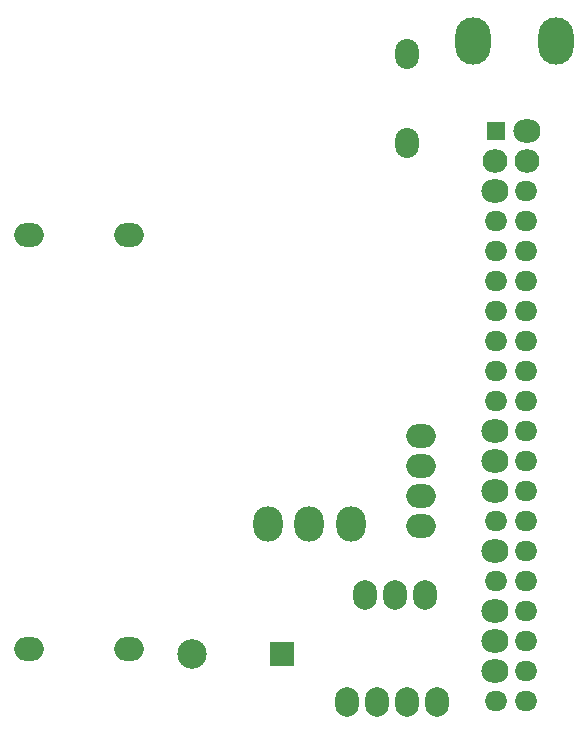
<source format=gbr>
%TF.GenerationSoftware,KiCad,Pcbnew,9.0.2*%
%TF.CreationDate,2025-10-13T23:26:23-04:00*%
%TF.ProjectId,PiHat,50694861-742e-46b6-9963-61645f706362,rev?*%
%TF.SameCoordinates,Original*%
%TF.FileFunction,Soldermask,Top*%
%TF.FilePolarity,Negative*%
%FSLAX46Y46*%
G04 Gerber Fmt 4.6, Leading zero omitted, Abs format (unit mm)*
G04 Created by KiCad (PCBNEW 9.0.2) date 2025-10-13 23:26:23*
%MOMM*%
%LPD*%
G01*
G04 APERTURE LIST*
%ADD10O,1.900000X1.700000*%
%ADD11O,2.300000X2.000000*%
%ADD12O,2.100000X2.000000*%
%ADD13R,1.500000X1.500000*%
%ADD14O,2.000000X2.540000*%
%ADD15R,2.000000X2.000000*%
%ADD16C,2.500000*%
%ADD17O,2.500000X2.000000*%
%ADD18O,2.500000X3.000000*%
%ADD19O,3.000000X4.000000*%
%ADD20O,2.000000X2.500000*%
G04 APERTURE END LIST*
D10*
%TO.C,U1*%
X171375000Y-135348000D03*
X168835000Y-135348000D03*
X171375000Y-132808000D03*
D11*
X168735000Y-132808000D03*
D10*
X171375000Y-130268000D03*
D11*
X168735000Y-130268000D03*
D10*
X171375000Y-127728000D03*
D11*
X168735000Y-127728000D03*
D10*
X171375000Y-125188000D03*
X168835000Y-125188000D03*
X171375000Y-122648000D03*
D11*
X168735000Y-122648000D03*
D10*
X171375000Y-120108000D03*
X168835000Y-120108000D03*
X171375000Y-117568000D03*
D11*
X168735000Y-117568000D03*
D10*
X171375000Y-115028000D03*
D11*
X168735000Y-115028000D03*
D10*
X171375000Y-112488000D03*
D11*
X168735000Y-112488000D03*
D10*
X171375000Y-109948000D03*
X168835000Y-109948000D03*
X171375000Y-107408000D03*
X168835000Y-107408000D03*
X171375000Y-104868000D03*
X168835000Y-104868000D03*
X171375000Y-102328000D03*
X168835000Y-102328000D03*
X171375000Y-99788000D03*
X168835000Y-99788000D03*
X171375000Y-97248000D03*
X168835000Y-97248000D03*
X171375000Y-94708000D03*
X168835000Y-94708000D03*
X171375000Y-92168000D03*
D11*
X168735000Y-92168000D03*
D12*
X171475000Y-89628000D03*
X168735000Y-89628000D03*
D11*
X171475000Y-87088000D03*
D13*
X168835000Y-87088000D03*
%TD*%
D14*
%TO.C,C1*%
X161296000Y-80578000D03*
X161296000Y-88078000D03*
%TD*%
D15*
%TO.C,BZ1*%
X150702000Y-131318000D03*
D16*
X143102000Y-131318000D03*
%TD*%
D17*
%TO.C,U2*%
X137768000Y-130885000D03*
X137768000Y-95885000D03*
X129268000Y-130885000D03*
X129268000Y-95885000D03*
%TD*%
D18*
%TO.C,U6*%
X156535000Y-120374000D03*
D17*
X162460200Y-120513200D03*
X162460200Y-117973200D03*
X162460200Y-115433200D03*
X162460200Y-112893200D03*
D18*
X153035000Y-120374000D03*
X149535000Y-120374000D03*
%TD*%
D19*
%TO.C,U3*%
X173875000Y-79448000D03*
X166875000Y-79448000D03*
%TD*%
D20*
%TO.C,U4*%
X157707000Y-126365000D03*
X160247000Y-126365000D03*
X162787000Y-126365000D03*
%TD*%
%TO.C,U5*%
X156183000Y-135382000D03*
X158723000Y-135382000D03*
X161263000Y-135382000D03*
X163803000Y-135382000D03*
%TD*%
M02*

</source>
